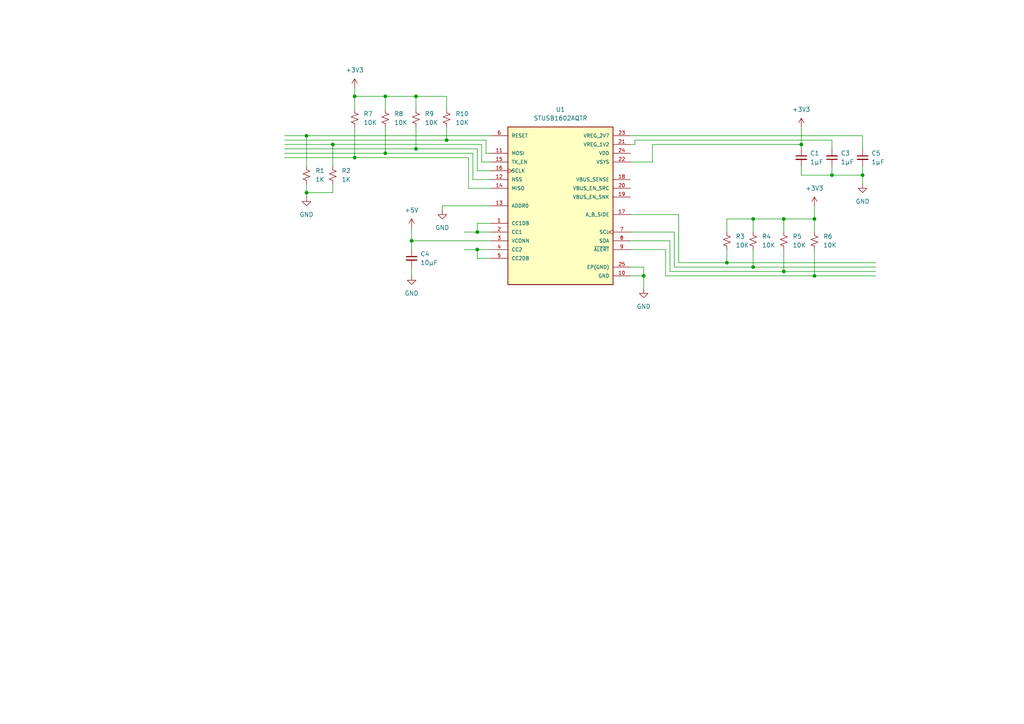
<source format=kicad_sch>
(kicad_sch
	(version 20231120)
	(generator "eeschema")
	(generator_version "8.0")
	(uuid "9c1e018e-4236-4221-bb76-4e952826dafd")
	(paper "A4")
	(lib_symbols
		(symbol "Device:C_Small"
			(pin_numbers hide)
			(pin_names
				(offset 0.254) hide)
			(exclude_from_sim no)
			(in_bom yes)
			(on_board yes)
			(property "Reference" "C"
				(at 0.254 1.778 0)
				(effects
					(font
						(size 1.27 1.27)
					)
					(justify left)
				)
			)
			(property "Value" "C_Small"
				(at 0.254 -2.032 0)
				(effects
					(font
						(size 1.27 1.27)
					)
					(justify left)
				)
			)
			(property "Footprint" ""
				(at 0 0 0)
				(effects
					(font
						(size 1.27 1.27)
					)
					(hide yes)
				)
			)
			(property "Datasheet" "~"
				(at 0 0 0)
				(effects
					(font
						(size 1.27 1.27)
					)
					(hide yes)
				)
			)
			(property "Description" "Unpolarized capacitor, small symbol"
				(at 0 0 0)
				(effects
					(font
						(size 1.27 1.27)
					)
					(hide yes)
				)
			)
			(property "ki_keywords" "capacitor cap"
				(at 0 0 0)
				(effects
					(font
						(size 1.27 1.27)
					)
					(hide yes)
				)
			)
			(property "ki_fp_filters" "C_*"
				(at 0 0 0)
				(effects
					(font
						(size 1.27 1.27)
					)
					(hide yes)
				)
			)
			(symbol "C_Small_0_1"
				(polyline
					(pts
						(xy -1.524 -0.508) (xy 1.524 -0.508)
					)
					(stroke
						(width 0.3302)
						(type default)
					)
					(fill
						(type none)
					)
				)
				(polyline
					(pts
						(xy -1.524 0.508) (xy 1.524 0.508)
					)
					(stroke
						(width 0.3048)
						(type default)
					)
					(fill
						(type none)
					)
				)
			)
			(symbol "C_Small_1_1"
				(pin passive line
					(at 0 2.54 270)
					(length 2.032)
					(name "~"
						(effects
							(font
								(size 1.27 1.27)
							)
						)
					)
					(number "1"
						(effects
							(font
								(size 1.27 1.27)
							)
						)
					)
				)
				(pin passive line
					(at 0 -2.54 90)
					(length 2.032)
					(name "~"
						(effects
							(font
								(size 1.27 1.27)
							)
						)
					)
					(number "2"
						(effects
							(font
								(size 1.27 1.27)
							)
						)
					)
				)
			)
		)
		(symbol "Device:R_Small_US"
			(pin_numbers hide)
			(pin_names
				(offset 0.254) hide)
			(exclude_from_sim no)
			(in_bom yes)
			(on_board yes)
			(property "Reference" "R"
				(at 0.762 0.508 0)
				(effects
					(font
						(size 1.27 1.27)
					)
					(justify left)
				)
			)
			(property "Value" "R_Small_US"
				(at 0.762 -1.016 0)
				(effects
					(font
						(size 1.27 1.27)
					)
					(justify left)
				)
			)
			(property "Footprint" ""
				(at 0 0 0)
				(effects
					(font
						(size 1.27 1.27)
					)
					(hide yes)
				)
			)
			(property "Datasheet" "~"
				(at 0 0 0)
				(effects
					(font
						(size 1.27 1.27)
					)
					(hide yes)
				)
			)
			(property "Description" "Resistor, small US symbol"
				(at 0 0 0)
				(effects
					(font
						(size 1.27 1.27)
					)
					(hide yes)
				)
			)
			(property "ki_keywords" "r resistor"
				(at 0 0 0)
				(effects
					(font
						(size 1.27 1.27)
					)
					(hide yes)
				)
			)
			(property "ki_fp_filters" "R_*"
				(at 0 0 0)
				(effects
					(font
						(size 1.27 1.27)
					)
					(hide yes)
				)
			)
			(symbol "R_Small_US_1_1"
				(polyline
					(pts
						(xy 0 0) (xy 1.016 -0.381) (xy 0 -0.762) (xy -1.016 -1.143) (xy 0 -1.524)
					)
					(stroke
						(width 0)
						(type default)
					)
					(fill
						(type none)
					)
				)
				(polyline
					(pts
						(xy 0 1.524) (xy 1.016 1.143) (xy 0 0.762) (xy -1.016 0.381) (xy 0 0)
					)
					(stroke
						(width 0)
						(type default)
					)
					(fill
						(type none)
					)
				)
				(pin passive line
					(at 0 2.54 270)
					(length 1.016)
					(name "~"
						(effects
							(font
								(size 1.27 1.27)
							)
						)
					)
					(number "1"
						(effects
							(font
								(size 1.27 1.27)
							)
						)
					)
				)
				(pin passive line
					(at 0 -2.54 90)
					(length 1.016)
					(name "~"
						(effects
							(font
								(size 1.27 1.27)
							)
						)
					)
					(number "2"
						(effects
							(font
								(size 1.27 1.27)
							)
						)
					)
				)
			)
		)
		(symbol "STUSB1602AQTR:STUSB1602AQTR"
			(pin_names
				(offset 1.016)
			)
			(exclude_from_sim no)
			(in_bom yes)
			(on_board yes)
			(property "Reference" "U"
				(at -15.2674 23.5373 0)
				(effects
					(font
						(size 1.27 1.27)
					)
					(justify left bottom)
				)
			)
			(property "Value" "STUSB1602AQTR"
				(at -15.2671 -25.4452 0)
				(effects
					(font
						(size 1.27 1.27)
					)
					(justify left bottom)
				)
			)
			(property "Footprint" "STUSB1602AQTR:QFN50P400X400X100-25N"
				(at 0 0 0)
				(effects
					(font
						(size 1.27 1.27)
					)
					(justify bottom)
					(hide yes)
				)
			)
			(property "Datasheet" ""
				(at 0 0 0)
				(effects
					(font
						(size 1.27 1.27)
					)
					(hide yes)
				)
			)
			(property "Description" ""
				(at 0 0 0)
				(effects
					(font
						(size 1.27 1.27)
					)
					(hide yes)
				)
			)
			(property "MF" "STMicroelectronics"
				(at 0 0 0)
				(effects
					(font
						(size 1.27 1.27)
					)
					(justify bottom)
					(hide yes)
				)
			)
			(property "Description_1" "\n                        \n                            USB, Type-C Controller PMIC 24-QFN-EP (4x4)\n                        \n"
				(at 0 0 0)
				(effects
					(font
						(size 1.27 1.27)
					)
					(justify bottom)
					(hide yes)
				)
			)
			(property "Package" "VQFN-24 STMicroelectronics"
				(at 0 0 0)
				(effects
					(font
						(size 1.27 1.27)
					)
					(justify bottom)
					(hide yes)
				)
			)
			(property "Price" "None"
				(at 0 0 0)
				(effects
					(font
						(size 1.27 1.27)
					)
					(justify bottom)
					(hide yes)
				)
			)
			(property "Check_prices" "https://www.snapeda.com/parts/STUSB1602AQTR/STMicroelectronics/view-part/?ref=eda"
				(at 0 0 0)
				(effects
					(font
						(size 1.27 1.27)
					)
					(justify bottom)
					(hide yes)
				)
			)
			(property "PART_REV" "3"
				(at 0 0 0)
				(effects
					(font
						(size 1.27 1.27)
					)
					(justify bottom)
					(hide yes)
				)
			)
			(property "STANDARD" "IPC-7351B"
				(at 0 0 0)
				(effects
					(font
						(size 1.27 1.27)
					)
					(justify bottom)
					(hide yes)
				)
			)
			(property "SnapEDA_Link" "https://www.snapeda.com/parts/STUSB1602AQTR/STMicroelectronics/view-part/?ref=snap"
				(at 0 0 0)
				(effects
					(font
						(size 1.27 1.27)
					)
					(justify bottom)
					(hide yes)
				)
			)
			(property "MP" "STUSB1602AQTR"
				(at 0 0 0)
				(effects
					(font
						(size 1.27 1.27)
					)
					(justify bottom)
					(hide yes)
				)
			)
			(property "Availability" "In Stock"
				(at 0 0 0)
				(effects
					(font
						(size 1.27 1.27)
					)
					(justify bottom)
					(hide yes)
				)
			)
			(property "MANUFACTURER" "ST Microelectronics"
				(at 0 0 0)
				(effects
					(font
						(size 1.27 1.27)
					)
					(justify bottom)
					(hide yes)
				)
			)
			(symbol "STUSB1602AQTR_0_0"
				(rectangle
					(start -15.24 -22.86)
					(end 15.24 22.86)
					(stroke
						(width 0.254)
						(type default)
					)
					(fill
						(type background)
					)
				)
				(pin bidirectional line
					(at -20.32 -5.08 0)
					(length 5.08)
					(name "CC1DB"
						(effects
							(font
								(size 1.016 1.016)
							)
						)
					)
					(number "1"
						(effects
							(font
								(size 1.016 1.016)
							)
						)
					)
				)
				(pin power_in line
					(at 20.32 -20.32 180)
					(length 5.08)
					(name "GND"
						(effects
							(font
								(size 1.016 1.016)
							)
						)
					)
					(number "10"
						(effects
							(font
								(size 1.016 1.016)
							)
						)
					)
				)
				(pin output line
					(at -20.32 15.24 0)
					(length 5.08)
					(name "MOSI"
						(effects
							(font
								(size 1.016 1.016)
							)
						)
					)
					(number "11"
						(effects
							(font
								(size 1.016 1.016)
							)
						)
					)
				)
				(pin output line
					(at -20.32 7.62 0)
					(length 5.08)
					(name "NSS"
						(effects
							(font
								(size 1.016 1.016)
							)
						)
					)
					(number "12"
						(effects
							(font
								(size 1.016 1.016)
							)
						)
					)
				)
				(pin input line
					(at -20.32 0 0)
					(length 5.08)
					(name "ADDR0"
						(effects
							(font
								(size 1.016 1.016)
							)
						)
					)
					(number "13"
						(effects
							(font
								(size 1.016 1.016)
							)
						)
					)
				)
				(pin input line
					(at -20.32 5.08 0)
					(length 5.08)
					(name "MISO"
						(effects
							(font
								(size 1.016 1.016)
							)
						)
					)
					(number "14"
						(effects
							(font
								(size 1.016 1.016)
							)
						)
					)
				)
				(pin input line
					(at -20.32 12.7 0)
					(length 5.08)
					(name "TX_EN"
						(effects
							(font
								(size 1.016 1.016)
							)
						)
					)
					(number "15"
						(effects
							(font
								(size 1.016 1.016)
							)
						)
					)
				)
				(pin output clock
					(at -20.32 10.16 0)
					(length 5.08)
					(name "SCLK"
						(effects
							(font
								(size 1.016 1.016)
							)
						)
					)
					(number "16"
						(effects
							(font
								(size 1.016 1.016)
							)
						)
					)
				)
				(pin output line
					(at 20.32 -2.54 180)
					(length 5.08)
					(name "A_B_SIDE"
						(effects
							(font
								(size 1.016 1.016)
							)
						)
					)
					(number "17"
						(effects
							(font
								(size 1.016 1.016)
							)
						)
					)
				)
				(pin input line
					(at 20.32 7.62 180)
					(length 5.08)
					(name "VBUS_SENSE"
						(effects
							(font
								(size 1.016 1.016)
							)
						)
					)
					(number "18"
						(effects
							(font
								(size 1.016 1.016)
							)
						)
					)
				)
				(pin bidirectional line
					(at 20.32 2.54 180)
					(length 5.08)
					(name "VBUS_EN_SNK"
						(effects
							(font
								(size 1.016 1.016)
							)
						)
					)
					(number "19"
						(effects
							(font
								(size 1.016 1.016)
							)
						)
					)
				)
				(pin bidirectional line
					(at -20.32 -7.62 0)
					(length 5.08)
					(name "CC1"
						(effects
							(font
								(size 1.016 1.016)
							)
						)
					)
					(number "2"
						(effects
							(font
								(size 1.016 1.016)
							)
						)
					)
				)
				(pin bidirectional line
					(at 20.32 5.08 180)
					(length 5.08)
					(name "VBUS_EN_SRC"
						(effects
							(font
								(size 1.016 1.016)
							)
						)
					)
					(number "20"
						(effects
							(font
								(size 1.016 1.016)
							)
						)
					)
				)
				(pin power_in line
					(at 20.32 17.78 180)
					(length 5.08)
					(name "VREG_1V2"
						(effects
							(font
								(size 1.016 1.016)
							)
						)
					)
					(number "21"
						(effects
							(font
								(size 1.016 1.016)
							)
						)
					)
				)
				(pin power_in line
					(at 20.32 12.7 180)
					(length 5.08)
					(name "VSYS"
						(effects
							(font
								(size 1.016 1.016)
							)
						)
					)
					(number "22"
						(effects
							(font
								(size 1.016 1.016)
							)
						)
					)
				)
				(pin power_in line
					(at 20.32 20.32 180)
					(length 5.08)
					(name "VREG_2V7"
						(effects
							(font
								(size 1.016 1.016)
							)
						)
					)
					(number "23"
						(effects
							(font
								(size 1.016 1.016)
							)
						)
					)
				)
				(pin power_in line
					(at 20.32 15.24 180)
					(length 5.08)
					(name "VDD"
						(effects
							(font
								(size 1.016 1.016)
							)
						)
					)
					(number "24"
						(effects
							(font
								(size 1.016 1.016)
							)
						)
					)
				)
				(pin power_in line
					(at 20.32 -17.78 180)
					(length 5.08)
					(name "EP(GND)"
						(effects
							(font
								(size 1.016 1.016)
							)
						)
					)
					(number "25"
						(effects
							(font
								(size 1.016 1.016)
							)
						)
					)
				)
				(pin power_in line
					(at -20.32 -10.16 0)
					(length 5.08)
					(name "VCONN"
						(effects
							(font
								(size 1.016 1.016)
							)
						)
					)
					(number "3"
						(effects
							(font
								(size 1.016 1.016)
							)
						)
					)
				)
				(pin bidirectional line
					(at -20.32 -12.7 0)
					(length 5.08)
					(name "CC2"
						(effects
							(font
								(size 1.016 1.016)
							)
						)
					)
					(number "4"
						(effects
							(font
								(size 1.016 1.016)
							)
						)
					)
				)
				(pin bidirectional line
					(at -20.32 -15.24 0)
					(length 5.08)
					(name "CC2DB"
						(effects
							(font
								(size 1.016 1.016)
							)
						)
					)
					(number "5"
						(effects
							(font
								(size 1.016 1.016)
							)
						)
					)
				)
				(pin input line
					(at -20.32 20.32 0)
					(length 5.08)
					(name "RESET"
						(effects
							(font
								(size 1.016 1.016)
							)
						)
					)
					(number "6"
						(effects
							(font
								(size 1.016 1.016)
							)
						)
					)
				)
				(pin input clock
					(at 20.32 -7.62 180)
					(length 5.08)
					(name "SCL"
						(effects
							(font
								(size 1.016 1.016)
							)
						)
					)
					(number "7"
						(effects
							(font
								(size 1.016 1.016)
							)
						)
					)
				)
				(pin bidirectional line
					(at 20.32 -10.16 180)
					(length 5.08)
					(name "SDA"
						(effects
							(font
								(size 1.016 1.016)
							)
						)
					)
					(number "8"
						(effects
							(font
								(size 1.016 1.016)
							)
						)
					)
				)
				(pin output line
					(at 20.32 -12.7 180)
					(length 5.08)
					(name "~{ALERT}"
						(effects
							(font
								(size 1.016 1.016)
							)
						)
					)
					(number "9"
						(effects
							(font
								(size 1.016 1.016)
							)
						)
					)
				)
			)
		)
		(symbol "power:+3V3"
			(power)
			(pin_numbers hide)
			(pin_names
				(offset 0) hide)
			(exclude_from_sim no)
			(in_bom yes)
			(on_board yes)
			(property "Reference" "#PWR"
				(at 0 -3.81 0)
				(effects
					(font
						(size 1.27 1.27)
					)
					(hide yes)
				)
			)
			(property "Value" "+3V3"
				(at 0 3.556 0)
				(effects
					(font
						(size 1.27 1.27)
					)
				)
			)
			(property "Footprint" ""
				(at 0 0 0)
				(effects
					(font
						(size 1.27 1.27)
					)
					(hide yes)
				)
			)
			(property "Datasheet" ""
				(at 0 0 0)
				(effects
					(font
						(size 1.27 1.27)
					)
					(hide yes)
				)
			)
			(property "Description" "Power symbol creates a global label with name \"+3V3\""
				(at 0 0 0)
				(effects
					(font
						(size 1.27 1.27)
					)
					(hide yes)
				)
			)
			(property "ki_keywords" "global power"
				(at 0 0 0)
				(effects
					(font
						(size 1.27 1.27)
					)
					(hide yes)
				)
			)
			(symbol "+3V3_0_1"
				(polyline
					(pts
						(xy -0.762 1.27) (xy 0 2.54)
					)
					(stroke
						(width 0)
						(type default)
					)
					(fill
						(type none)
					)
				)
				(polyline
					(pts
						(xy 0 0) (xy 0 2.54)
					)
					(stroke
						(width 0)
						(type default)
					)
					(fill
						(type none)
					)
				)
				(polyline
					(pts
						(xy 0 2.54) (xy 0.762 1.27)
					)
					(stroke
						(width 0)
						(type default)
					)
					(fill
						(type none)
					)
				)
			)
			(symbol "+3V3_1_1"
				(pin power_in line
					(at 0 0 90)
					(length 0)
					(name "~"
						(effects
							(font
								(size 1.27 1.27)
							)
						)
					)
					(number "1"
						(effects
							(font
								(size 1.27 1.27)
							)
						)
					)
				)
			)
		)
		(symbol "power:+5V"
			(power)
			(pin_numbers hide)
			(pin_names
				(offset 0) hide)
			(exclude_from_sim no)
			(in_bom yes)
			(on_board yes)
			(property "Reference" "#PWR"
				(at 0 -3.81 0)
				(effects
					(font
						(size 1.27 1.27)
					)
					(hide yes)
				)
			)
			(property "Value" "+5V"
				(at 0 3.556 0)
				(effects
					(font
						(size 1.27 1.27)
					)
				)
			)
			(property "Footprint" ""
				(at 0 0 0)
				(effects
					(font
						(size 1.27 1.27)
					)
					(hide yes)
				)
			)
			(property "Datasheet" ""
				(at 0 0 0)
				(effects
					(font
						(size 1.27 1.27)
					)
					(hide yes)
				)
			)
			(property "Description" "Power symbol creates a global label with name \"+5V\""
				(at 0 0 0)
				(effects
					(font
						(size 1.27 1.27)
					)
					(hide yes)
				)
			)
			(property "ki_keywords" "global power"
				(at 0 0 0)
				(effects
					(font
						(size 1.27 1.27)
					)
					(hide yes)
				)
			)
			(symbol "+5V_0_1"
				(polyline
					(pts
						(xy -0.762 1.27) (xy 0 2.54)
					)
					(stroke
						(width 0)
						(type default)
					)
					(fill
						(type none)
					)
				)
				(polyline
					(pts
						(xy 0 0) (xy 0 2.54)
					)
					(stroke
						(width 0)
						(type default)
					)
					(fill
						(type none)
					)
				)
				(polyline
					(pts
						(xy 0 2.54) (xy 0.762 1.27)
					)
					(stroke
						(width 0)
						(type default)
					)
					(fill
						(type none)
					)
				)
			)
			(symbol "+5V_1_1"
				(pin power_in line
					(at 0 0 90)
					(length 0)
					(name "~"
						(effects
							(font
								(size 1.27 1.27)
							)
						)
					)
					(number "1"
						(effects
							(font
								(size 1.27 1.27)
							)
						)
					)
				)
			)
		)
		(symbol "power:GND"
			(power)
			(pin_numbers hide)
			(pin_names
				(offset 0) hide)
			(exclude_from_sim no)
			(in_bom yes)
			(on_board yes)
			(property "Reference" "#PWR"
				(at 0 -6.35 0)
				(effects
					(font
						(size 1.27 1.27)
					)
					(hide yes)
				)
			)
			(property "Value" "GND"
				(at 0 -3.81 0)
				(effects
					(font
						(size 1.27 1.27)
					)
				)
			)
			(property "Footprint" ""
				(at 0 0 0)
				(effects
					(font
						(size 1.27 1.27)
					)
					(hide yes)
				)
			)
			(property "Datasheet" ""
				(at 0 0 0)
				(effects
					(font
						(size 1.27 1.27)
					)
					(hide yes)
				)
			)
			(property "Description" "Power symbol creates a global label with name \"GND\" , ground"
				(at 0 0 0)
				(effects
					(font
						(size 1.27 1.27)
					)
					(hide yes)
				)
			)
			(property "ki_keywords" "global power"
				(at 0 0 0)
				(effects
					(font
						(size 1.27 1.27)
					)
					(hide yes)
				)
			)
			(symbol "GND_0_1"
				(polyline
					(pts
						(xy 0 0) (xy 0 -1.27) (xy 1.27 -1.27) (xy 0 -2.54) (xy -1.27 -1.27) (xy 0 -1.27)
					)
					(stroke
						(width 0)
						(type default)
					)
					(fill
						(type none)
					)
				)
			)
			(symbol "GND_1_1"
				(pin power_in line
					(at 0 0 270)
					(length 0)
					(name "~"
						(effects
							(font
								(size 1.27 1.27)
							)
						)
					)
					(number "1"
						(effects
							(font
								(size 1.27 1.27)
							)
						)
					)
				)
			)
		)
	)
	(junction
		(at 210.82 76.2)
		(diameter 0)
		(color 0 0 0 0)
		(uuid "093e7564-9311-47bc-8412-08a25a5dd0bb")
	)
	(junction
		(at 227.33 78.74)
		(diameter 0)
		(color 0 0 0 0)
		(uuid "09b432c0-4f2b-46f5-950f-f67b19a3f1e6")
	)
	(junction
		(at 236.22 80.01)
		(diameter 0)
		(color 0 0 0 0)
		(uuid "0df25a9b-695e-4259-90d7-8277261dde52")
	)
	(junction
		(at 232.41 41.91)
		(diameter 0)
		(color 0 0 0 0)
		(uuid "1ccf826f-add5-48e3-b22e-8f3a17268b5f")
	)
	(junction
		(at 250.19 50.8)
		(diameter 0)
		(color 0 0 0 0)
		(uuid "20d13cce-d670-4f43-98f9-6ee9134cb47d")
	)
	(junction
		(at 186.69 80.01)
		(diameter 0)
		(color 0 0 0 0)
		(uuid "3170ce84-068f-4cda-810a-3ec1282a4c55")
	)
	(junction
		(at 218.44 77.47)
		(diameter 0)
		(color 0 0 0 0)
		(uuid "44436748-0198-48ec-9133-029b09dbcd0e")
	)
	(junction
		(at 88.9 39.37)
		(diameter 0)
		(color 0 0 0 0)
		(uuid "5a379fa3-24d4-476c-bec1-b7d5e8229d14")
	)
	(junction
		(at 120.65 43.18)
		(diameter 0)
		(color 0 0 0 0)
		(uuid "5cee7aa9-16df-4476-93a1-ed11e2c601b5")
	)
	(junction
		(at 111.76 44.45)
		(diameter 0)
		(color 0 0 0 0)
		(uuid "5d0ccb78-d503-4dec-8f0d-aa9f11941304")
	)
	(junction
		(at 102.87 27.94)
		(diameter 0)
		(color 0 0 0 0)
		(uuid "61cc4a54-2c8e-4235-839b-01ea48ff2f20")
	)
	(junction
		(at 129.54 40.64)
		(diameter 0)
		(color 0 0 0 0)
		(uuid "6239eb92-e928-4a70-ab5d-657fd503da85")
	)
	(junction
		(at 96.52 41.91)
		(diameter 0)
		(color 0 0 0 0)
		(uuid "65408879-f389-4c05-b38a-3f5e0dd5d08d")
	)
	(junction
		(at 227.33 63.5)
		(diameter 0)
		(color 0 0 0 0)
		(uuid "6fa8f847-0722-49bb-afb5-20751280e846")
	)
	(junction
		(at 236.22 63.5)
		(diameter 0)
		(color 0 0 0 0)
		(uuid "70f849ac-122f-4eab-afa9-9fce9ca7550c")
	)
	(junction
		(at 88.9 55.88)
		(diameter 0)
		(color 0 0 0 0)
		(uuid "761703cd-dd59-47ba-bda9-992e1e3d8adc")
	)
	(junction
		(at 138.43 72.39)
		(diameter 0)
		(color 0 0 0 0)
		(uuid "a72d9183-d3d1-45d1-826f-c151e8b16012")
	)
	(junction
		(at 138.43 67.31)
		(diameter 0)
		(color 0 0 0 0)
		(uuid "a8591ea7-6139-41aa-a1a2-5a93da58ea8f")
	)
	(junction
		(at 102.87 45.72)
		(diameter 0)
		(color 0 0 0 0)
		(uuid "a8905f12-6027-48de-aee5-0098ac0045d2")
	)
	(junction
		(at 119.38 69.85)
		(diameter 0)
		(color 0 0 0 0)
		(uuid "b7a7baf5-e852-456c-8b3d-d17ec74d1f96")
	)
	(junction
		(at 241.3 50.8)
		(diameter 0)
		(color 0 0 0 0)
		(uuid "bbe8ad90-edb8-428f-a85f-c9a272f3b19c")
	)
	(junction
		(at 218.44 63.5)
		(diameter 0)
		(color 0 0 0 0)
		(uuid "e05ad7e5-28e9-4e70-a3bd-1037d58b18fc")
	)
	(junction
		(at 111.76 27.94)
		(diameter 0)
		(color 0 0 0 0)
		(uuid "e7527834-346d-471c-92f6-1fb035a7bdaa")
	)
	(junction
		(at 120.65 27.94)
		(diameter 0)
		(color 0 0 0 0)
		(uuid "f29c11c2-d0af-4f2f-a9e4-dcc892fdca8e")
	)
	(wire
		(pts
			(xy 241.3 40.64) (xy 241.3 43.18)
		)
		(stroke
			(width 0)
			(type default)
		)
		(uuid "02764c2d-1245-4b82-aed2-ca3b70418a68")
	)
	(wire
		(pts
			(xy 184.15 40.64) (xy 241.3 40.64)
		)
		(stroke
			(width 0)
			(type default)
		)
		(uuid "0b9dfaac-1566-4fb7-b446-18ab99445142")
	)
	(wire
		(pts
			(xy 138.43 72.39) (xy 142.24 72.39)
		)
		(stroke
			(width 0)
			(type default)
		)
		(uuid "0d3dd045-641e-4c9b-a3a4-e5b9ee9f8b4b")
	)
	(wire
		(pts
			(xy 250.19 50.8) (xy 250.19 53.34)
		)
		(stroke
			(width 0)
			(type default)
		)
		(uuid "0e9fc408-79b6-4a59-8eca-771b5f7342f2")
	)
	(wire
		(pts
			(xy 120.65 36.83) (xy 120.65 43.18)
		)
		(stroke
			(width 0)
			(type default)
		)
		(uuid "1019c8e4-1a5a-4d7b-9fb4-bb438438ddc2")
	)
	(wire
		(pts
			(xy 182.88 62.23) (xy 196.85 62.23)
		)
		(stroke
			(width 0)
			(type default)
		)
		(uuid "108960f0-d84a-498e-ae50-46c843c31ae8")
	)
	(wire
		(pts
			(xy 119.38 69.85) (xy 119.38 72.39)
		)
		(stroke
			(width 0)
			(type default)
		)
		(uuid "13680889-ae78-40cf-a25c-385bae38cf24")
	)
	(wire
		(pts
			(xy 82.55 39.37) (xy 88.9 39.37)
		)
		(stroke
			(width 0)
			(type default)
		)
		(uuid "13c8bcb2-21ea-4284-b707-c9801747a76e")
	)
	(wire
		(pts
			(xy 236.22 80.01) (xy 254 80.01)
		)
		(stroke
			(width 0)
			(type default)
		)
		(uuid "15027494-cbce-408e-bb76-cb9fb04c8928")
	)
	(wire
		(pts
			(xy 142.24 44.45) (xy 140.97 44.45)
		)
		(stroke
			(width 0)
			(type default)
		)
		(uuid "156c6cc2-27f3-4b06-a363-a0fb7a72324a")
	)
	(wire
		(pts
			(xy 210.82 63.5) (xy 218.44 63.5)
		)
		(stroke
			(width 0)
			(type default)
		)
		(uuid "198484d6-6591-4d3a-a30b-755b37001b32")
	)
	(wire
		(pts
			(xy 182.88 72.39) (xy 193.04 72.39)
		)
		(stroke
			(width 0)
			(type default)
		)
		(uuid "1eb6b601-ff94-4600-827a-6dbf69efd6c0")
	)
	(wire
		(pts
			(xy 210.82 67.31) (xy 210.82 63.5)
		)
		(stroke
			(width 0)
			(type default)
		)
		(uuid "2111f581-8ae0-4c9b-9713-3bc5974dd3e4")
	)
	(wire
		(pts
			(xy 111.76 44.45) (xy 137.16 44.45)
		)
		(stroke
			(width 0)
			(type default)
		)
		(uuid "2240a95b-7809-4848-b30b-3d5806340074")
	)
	(wire
		(pts
			(xy 250.19 39.37) (xy 250.19 43.18)
		)
		(stroke
			(width 0)
			(type default)
		)
		(uuid "23aac287-067a-4a1a-a709-8649dfbc914c")
	)
	(wire
		(pts
			(xy 218.44 72.39) (xy 218.44 77.47)
		)
		(stroke
			(width 0)
			(type default)
		)
		(uuid "27d0df28-e702-48dd-977f-6d5b904541fd")
	)
	(wire
		(pts
			(xy 82.55 43.18) (xy 120.65 43.18)
		)
		(stroke
			(width 0)
			(type default)
		)
		(uuid "2b39cb70-193f-4642-afe9-e203e147c099")
	)
	(wire
		(pts
			(xy 210.82 76.2) (xy 254 76.2)
		)
		(stroke
			(width 0)
			(type default)
		)
		(uuid "2b475832-0221-40c7-9119-a2647300bd19")
	)
	(wire
		(pts
			(xy 102.87 45.72) (xy 135.89 45.72)
		)
		(stroke
			(width 0)
			(type default)
		)
		(uuid "2c19add9-7e5b-4c94-a8f0-44fe3039cd5e")
	)
	(wire
		(pts
			(xy 96.52 53.34) (xy 96.52 55.88)
		)
		(stroke
			(width 0)
			(type default)
		)
		(uuid "30356d1a-4d61-4b74-b77a-e5a83424f92d")
	)
	(wire
		(pts
			(xy 119.38 77.47) (xy 119.38 80.01)
		)
		(stroke
			(width 0)
			(type default)
		)
		(uuid "31966562-9911-4ed8-9d57-068db0619e17")
	)
	(wire
		(pts
			(xy 139.7 46.99) (xy 139.7 41.91)
		)
		(stroke
			(width 0)
			(type default)
		)
		(uuid "33339a59-ff87-42ad-9dcf-67bd04f888d5")
	)
	(wire
		(pts
			(xy 134.62 72.39) (xy 138.43 72.39)
		)
		(stroke
			(width 0)
			(type default)
		)
		(uuid "3652e315-ab03-4fc1-8b29-aa118b161787")
	)
	(wire
		(pts
			(xy 232.41 41.91) (xy 232.41 43.18)
		)
		(stroke
			(width 0)
			(type default)
		)
		(uuid "36fea236-f5f8-4df1-a8fb-0a44629bd3d3")
	)
	(wire
		(pts
			(xy 182.88 69.85) (xy 194.31 69.85)
		)
		(stroke
			(width 0)
			(type default)
		)
		(uuid "39ffcce0-dcd5-4fa0-82f5-591f87f200e5")
	)
	(wire
		(pts
			(xy 189.23 46.99) (xy 189.23 41.91)
		)
		(stroke
			(width 0)
			(type default)
		)
		(uuid "3c03a07d-2ecc-4822-ae4c-00ab5c031940")
	)
	(wire
		(pts
			(xy 236.22 59.69) (xy 236.22 63.5)
		)
		(stroke
			(width 0)
			(type default)
		)
		(uuid "3ea36e62-557d-454b-b9d5-618878a5abf2")
	)
	(wire
		(pts
			(xy 82.55 45.72) (xy 102.87 45.72)
		)
		(stroke
			(width 0)
			(type default)
		)
		(uuid "40aaf639-f044-4f2d-a580-59df29ab79b4")
	)
	(wire
		(pts
			(xy 210.82 72.39) (xy 210.82 76.2)
		)
		(stroke
			(width 0)
			(type default)
		)
		(uuid "43117282-c593-4d10-9e34-fda3e1daa7b9")
	)
	(wire
		(pts
			(xy 140.97 44.45) (xy 140.97 40.64)
		)
		(stroke
			(width 0)
			(type default)
		)
		(uuid "4889a1df-5e5e-4df0-a4b0-3676b5b53a72")
	)
	(wire
		(pts
			(xy 129.54 27.94) (xy 120.65 27.94)
		)
		(stroke
			(width 0)
			(type default)
		)
		(uuid "4ad030a8-6ec5-4304-8dfc-ab02004a6017")
	)
	(wire
		(pts
			(xy 189.23 41.91) (xy 232.41 41.91)
		)
		(stroke
			(width 0)
			(type default)
		)
		(uuid "4b225228-c5a5-4470-a900-c092115c0486")
	)
	(wire
		(pts
			(xy 232.41 50.8) (xy 241.3 50.8)
		)
		(stroke
			(width 0)
			(type default)
		)
		(uuid "4bb0b77c-7a73-4fea-8442-06214046bb1b")
	)
	(wire
		(pts
			(xy 111.76 27.94) (xy 102.87 27.94)
		)
		(stroke
			(width 0)
			(type default)
		)
		(uuid "4bd5f0b3-699e-465d-953f-3036201a3529")
	)
	(wire
		(pts
			(xy 142.24 59.69) (xy 128.27 59.69)
		)
		(stroke
			(width 0)
			(type default)
		)
		(uuid "4c7d543c-840e-47f9-ace3-bd64436a07a1")
	)
	(wire
		(pts
			(xy 129.54 36.83) (xy 129.54 40.64)
		)
		(stroke
			(width 0)
			(type default)
		)
		(uuid "5115357c-5605-48ec-9024-5a9174c8ddf0")
	)
	(wire
		(pts
			(xy 96.52 55.88) (xy 88.9 55.88)
		)
		(stroke
			(width 0)
			(type default)
		)
		(uuid "5119a609-22d9-4cbb-85b4-90ad1a59a339")
	)
	(wire
		(pts
			(xy 111.76 27.94) (xy 111.76 31.75)
		)
		(stroke
			(width 0)
			(type default)
		)
		(uuid "53b0cf09-8f86-46eb-a6f0-0d2655ca1e95")
	)
	(wire
		(pts
			(xy 96.52 41.91) (xy 96.52 48.26)
		)
		(stroke
			(width 0)
			(type default)
		)
		(uuid "54116a69-c5c1-49c7-969e-2f533f4b6591")
	)
	(wire
		(pts
			(xy 232.41 36.83) (xy 232.41 41.91)
		)
		(stroke
			(width 0)
			(type default)
		)
		(uuid "5600a9e2-c7b2-429e-a874-64687477e774")
	)
	(wire
		(pts
			(xy 128.27 59.69) (xy 128.27 60.96)
		)
		(stroke
			(width 0)
			(type default)
		)
		(uuid "5710afb5-c69c-4322-98b7-ee64ff6e44a4")
	)
	(wire
		(pts
			(xy 196.85 62.23) (xy 196.85 76.2)
		)
		(stroke
			(width 0)
			(type default)
		)
		(uuid "571c2f64-7ca3-459b-af31-b8170ba64c93")
	)
	(wire
		(pts
			(xy 182.88 46.99) (xy 189.23 46.99)
		)
		(stroke
			(width 0)
			(type default)
		)
		(uuid "581cd80c-f665-447a-8f2c-fbf96a36554f")
	)
	(wire
		(pts
			(xy 82.55 40.64) (xy 129.54 40.64)
		)
		(stroke
			(width 0)
			(type default)
		)
		(uuid "5bcd3c42-f85e-4faf-8984-63e2b712e787")
	)
	(wire
		(pts
			(xy 119.38 66.04) (xy 119.38 69.85)
		)
		(stroke
			(width 0)
			(type default)
		)
		(uuid "624be521-54b3-453d-a1d8-c1b390b49940")
	)
	(wire
		(pts
			(xy 120.65 27.94) (xy 111.76 27.94)
		)
		(stroke
			(width 0)
			(type default)
		)
		(uuid "659eb511-decd-4305-90d4-9f05ce58d2f2")
	)
	(wire
		(pts
			(xy 195.58 67.31) (xy 195.58 77.47)
		)
		(stroke
			(width 0)
			(type default)
		)
		(uuid "676ff1c8-8649-4672-b691-d017d5f74465")
	)
	(wire
		(pts
			(xy 102.87 36.83) (xy 102.87 45.72)
		)
		(stroke
			(width 0)
			(type default)
		)
		(uuid "6845b0bb-d2a6-4419-9010-10bc521cd124")
	)
	(wire
		(pts
			(xy 129.54 27.94) (xy 129.54 31.75)
		)
		(stroke
			(width 0)
			(type default)
		)
		(uuid "6b6c4b23-b5a8-4c1c-bf80-e9fbb6081a43")
	)
	(wire
		(pts
			(xy 102.87 25.4) (xy 102.87 27.94)
		)
		(stroke
			(width 0)
			(type default)
		)
		(uuid "6d262465-2e6e-4b83-8b1a-bbd6bc19a603")
	)
	(wire
		(pts
			(xy 138.43 49.53) (xy 138.43 43.18)
		)
		(stroke
			(width 0)
			(type default)
		)
		(uuid "715310c3-384d-41c2-a0aa-2a8c4f35d859")
	)
	(wire
		(pts
			(xy 142.24 52.07) (xy 137.16 52.07)
		)
		(stroke
			(width 0)
			(type default)
		)
		(uuid "74169e06-c8cc-4db4-93f4-6e3a2ee19066")
	)
	(wire
		(pts
			(xy 102.87 27.94) (xy 102.87 31.75)
		)
		(stroke
			(width 0)
			(type default)
		)
		(uuid "74dc7b6b-55c5-4c6c-8d4f-517a6c848350")
	)
	(wire
		(pts
			(xy 218.44 63.5) (xy 227.33 63.5)
		)
		(stroke
			(width 0)
			(type default)
		)
		(uuid "759debdd-448f-44dc-a3dc-3f793f652b07")
	)
	(wire
		(pts
			(xy 250.19 48.26) (xy 250.19 50.8)
		)
		(stroke
			(width 0)
			(type default)
		)
		(uuid "780e30f6-ce7e-418f-9229-479b3055cd7f")
	)
	(wire
		(pts
			(xy 119.38 69.85) (xy 142.24 69.85)
		)
		(stroke
			(width 0)
			(type default)
		)
		(uuid "7bd78f87-759e-43d1-ae39-50929565be6a")
	)
	(wire
		(pts
			(xy 142.24 64.77) (xy 138.43 64.77)
		)
		(stroke
			(width 0)
			(type default)
		)
		(uuid "8064b35c-ea9c-4be3-b5ac-65296dc91519")
	)
	(wire
		(pts
			(xy 194.31 78.74) (xy 227.33 78.74)
		)
		(stroke
			(width 0)
			(type default)
		)
		(uuid "816559c1-c903-4918-a6b1-f9a526829e49")
	)
	(wire
		(pts
			(xy 194.31 69.85) (xy 194.31 78.74)
		)
		(stroke
			(width 0)
			(type default)
		)
		(uuid "8183ed80-1ec8-4699-a9ab-5a7c851df540")
	)
	(wire
		(pts
			(xy 186.69 77.47) (xy 186.69 80.01)
		)
		(stroke
			(width 0)
			(type default)
		)
		(uuid "8a96e483-e6ae-4b11-a208-bbd0ed057dcc")
	)
	(wire
		(pts
			(xy 236.22 72.39) (xy 236.22 80.01)
		)
		(stroke
			(width 0)
			(type default)
		)
		(uuid "8f6aecbe-9c0e-418e-91e6-00a2909332d6")
	)
	(wire
		(pts
			(xy 186.69 80.01) (xy 186.69 83.82)
		)
		(stroke
			(width 0)
			(type default)
		)
		(uuid "9311c3ee-cd84-4b61-a4d9-1214afc13adb")
	)
	(wire
		(pts
			(xy 241.3 48.26) (xy 241.3 50.8)
		)
		(stroke
			(width 0)
			(type default)
		)
		(uuid "951552d7-2696-499a-aa2f-0280bc606cd8")
	)
	(wire
		(pts
			(xy 135.89 54.61) (xy 135.89 45.72)
		)
		(stroke
			(width 0)
			(type default)
		)
		(uuid "95ae7607-0eae-44fa-b747-7764a0708f0a")
	)
	(wire
		(pts
			(xy 193.04 72.39) (xy 193.04 80.01)
		)
		(stroke
			(width 0)
			(type default)
		)
		(uuid "99228ec1-55ad-4c2c-b2fb-440ed5cefe58")
	)
	(wire
		(pts
			(xy 88.9 55.88) (xy 88.9 57.15)
		)
		(stroke
			(width 0)
			(type default)
		)
		(uuid "9b6acc0b-7d39-4e8b-b7ef-0d7e686d61fc")
	)
	(wire
		(pts
			(xy 196.85 76.2) (xy 210.82 76.2)
		)
		(stroke
			(width 0)
			(type default)
		)
		(uuid "9ef107f1-05cb-4edc-9ac6-baf708a718b9")
	)
	(wire
		(pts
			(xy 227.33 72.39) (xy 227.33 78.74)
		)
		(stroke
			(width 0)
			(type default)
		)
		(uuid "9ffee86a-13ea-4f08-8910-eda77d66ffee")
	)
	(wire
		(pts
			(xy 129.54 40.64) (xy 140.97 40.64)
		)
		(stroke
			(width 0)
			(type default)
		)
		(uuid "a0a2e273-c818-487a-a9a2-77a763999d94")
	)
	(wire
		(pts
			(xy 182.88 77.47) (xy 186.69 77.47)
		)
		(stroke
			(width 0)
			(type default)
		)
		(uuid "a4353ab1-c9bd-4f50-8197-919a16d4aaeb")
	)
	(wire
		(pts
			(xy 111.76 36.83) (xy 111.76 44.45)
		)
		(stroke
			(width 0)
			(type default)
		)
		(uuid "a8e55f11-0168-4d0c-aba0-cc07417cc95c")
	)
	(wire
		(pts
			(xy 218.44 77.47) (xy 254 77.47)
		)
		(stroke
			(width 0)
			(type default)
		)
		(uuid "a9f41585-0759-482c-9a38-6b37c68d21f0")
	)
	(wire
		(pts
			(xy 182.88 39.37) (xy 250.19 39.37)
		)
		(stroke
			(width 0)
			(type default)
		)
		(uuid "ac7fcd60-79c3-4dee-8c8d-82cc4a0e015c")
	)
	(wire
		(pts
			(xy 142.24 54.61) (xy 135.89 54.61)
		)
		(stroke
			(width 0)
			(type default)
		)
		(uuid "ac80522e-a83b-4b4e-9ba0-a7579eba98b1")
	)
	(wire
		(pts
			(xy 227.33 63.5) (xy 227.33 67.31)
		)
		(stroke
			(width 0)
			(type default)
		)
		(uuid "ad87b8f4-381a-4e1c-8da8-6714fd74ca20")
	)
	(wire
		(pts
			(xy 138.43 67.31) (xy 142.24 67.31)
		)
		(stroke
			(width 0)
			(type default)
		)
		(uuid "b1ec7dbf-b998-446d-80bf-1d388d873d07")
	)
	(wire
		(pts
			(xy 241.3 50.8) (xy 250.19 50.8)
		)
		(stroke
			(width 0)
			(type default)
		)
		(uuid "b4dfd3e4-2bd3-46c9-926e-d4abc1eb8943")
	)
	(wire
		(pts
			(xy 236.22 63.5) (xy 236.22 67.31)
		)
		(stroke
			(width 0)
			(type default)
		)
		(uuid "b5a85cec-0d36-4f81-b6b5-feba3b79849f")
	)
	(wire
		(pts
			(xy 137.16 52.07) (xy 137.16 44.45)
		)
		(stroke
			(width 0)
			(type default)
		)
		(uuid "b749d204-b1a6-440c-8c87-bcf9a1cd7418")
	)
	(wire
		(pts
			(xy 138.43 64.77) (xy 138.43 67.31)
		)
		(stroke
			(width 0)
			(type default)
		)
		(uuid "baa4a6ed-5934-4a3f-84e5-94aac713287d")
	)
	(wire
		(pts
			(xy 142.24 74.93) (xy 138.43 74.93)
		)
		(stroke
			(width 0)
			(type default)
		)
		(uuid "c740953d-f0f9-494e-b7e1-d05d6be34864")
	)
	(wire
		(pts
			(xy 182.88 67.31) (xy 195.58 67.31)
		)
		(stroke
			(width 0)
			(type default)
		)
		(uuid "c7a650e5-b387-497c-adcc-0eb7181854a7")
	)
	(wire
		(pts
			(xy 96.52 41.91) (xy 139.7 41.91)
		)
		(stroke
			(width 0)
			(type default)
		)
		(uuid "c912e8b8-9687-4b89-b9e9-ea823e953958")
	)
	(wire
		(pts
			(xy 195.58 77.47) (xy 218.44 77.47)
		)
		(stroke
			(width 0)
			(type default)
		)
		(uuid "ca4ca0b6-2428-4b00-86a4-16ee74342f43")
	)
	(wire
		(pts
			(xy 88.9 53.34) (xy 88.9 55.88)
		)
		(stroke
			(width 0)
			(type default)
		)
		(uuid "cf68509f-6186-46ed-9b9c-284c3820b79c")
	)
	(wire
		(pts
			(xy 182.88 41.91) (xy 184.15 41.91)
		)
		(stroke
			(width 0)
			(type default)
		)
		(uuid "d1668ad0-63f0-49ae-ab84-0ecf4a69e382")
	)
	(wire
		(pts
			(xy 88.9 39.37) (xy 88.9 48.26)
		)
		(stroke
			(width 0)
			(type default)
		)
		(uuid "d7e9213e-4bfa-48d9-bf79-7c7158f25f4a")
	)
	(wire
		(pts
			(xy 82.55 44.45) (xy 111.76 44.45)
		)
		(stroke
			(width 0)
			(type default)
		)
		(uuid "d8699713-da3d-492c-90bf-e1f840d02a34")
	)
	(wire
		(pts
			(xy 193.04 80.01) (xy 236.22 80.01)
		)
		(stroke
			(width 0)
			(type default)
		)
		(uuid "da4b416b-8576-4570-a3f1-dff1aa2f3fcb")
	)
	(wire
		(pts
			(xy 232.41 48.26) (xy 232.41 50.8)
		)
		(stroke
			(width 0)
			(type default)
		)
		(uuid "df3bab4b-0e5f-45cf-a5df-e9256cb3648d")
	)
	(wire
		(pts
			(xy 184.15 41.91) (xy 184.15 40.64)
		)
		(stroke
			(width 0)
			(type default)
		)
		(uuid "e4599f36-507f-4d0e-8679-6053b1fd737f")
	)
	(wire
		(pts
			(xy 182.88 80.01) (xy 186.69 80.01)
		)
		(stroke
			(width 0)
			(type default)
		)
		(uuid "e814be38-fb3a-4a7a-acb4-484cb12d08e8")
	)
	(wire
		(pts
			(xy 142.24 49.53) (xy 138.43 49.53)
		)
		(stroke
			(width 0)
			(type default)
		)
		(uuid "e8b7552f-f83a-47a3-826f-d4562faf272f")
	)
	(wire
		(pts
			(xy 227.33 78.74) (xy 254 78.74)
		)
		(stroke
			(width 0)
			(type default)
		)
		(uuid "e9cfe9fc-4773-4fa7-9f66-c75fa84f43f8")
	)
	(wire
		(pts
			(xy 218.44 63.5) (xy 218.44 67.31)
		)
		(stroke
			(width 0)
			(type default)
		)
		(uuid "ea2621d1-4d78-4031-ac49-1b1390e6b140")
	)
	(wire
		(pts
			(xy 138.43 74.93) (xy 138.43 72.39)
		)
		(stroke
			(width 0)
			(type default)
		)
		(uuid "f1817241-38da-4d31-b720-da80d484eaab")
	)
	(wire
		(pts
			(xy 120.65 43.18) (xy 138.43 43.18)
		)
		(stroke
			(width 0)
			(type default)
		)
		(uuid "f335830f-58e7-47ea-b8cd-e1e921ec03eb")
	)
	(wire
		(pts
			(xy 120.65 27.94) (xy 120.65 31.75)
		)
		(stroke
			(width 0)
			(type default)
		)
		(uuid "f3bf5bdc-1252-404d-ba16-d9134be3c90a")
	)
	(wire
		(pts
			(xy 142.24 46.99) (xy 139.7 46.99)
		)
		(stroke
			(width 0)
			(type default)
		)
		(uuid "f4081d6c-8941-4e24-a120-d8e17f957971")
	)
	(wire
		(pts
			(xy 134.62 67.31) (xy 138.43 67.31)
		)
		(stroke
			(width 0)
			(type default)
		)
		(uuid "f9a44760-e30f-45b7-af3b-bc625aac8a03")
	)
	(wire
		(pts
			(xy 82.55 41.91) (xy 96.52 41.91)
		)
		(stroke
			(width 0)
			(type default)
		)
		(uuid "fae6fd6b-21e8-4a85-9c2c-c313fe18caad")
	)
	(wire
		(pts
			(xy 227.33 63.5) (xy 236.22 63.5)
		)
		(stroke
			(width 0)
			(type default)
		)
		(uuid "fc394668-44f6-4867-82c9-78b516065656")
	)
	(wire
		(pts
			(xy 88.9 39.37) (xy 142.24 39.37)
		)
		(stroke
			(width 0)
			(type default)
		)
		(uuid "fe80f052-8693-4412-a52e-75cae5fd3082")
	)
	(symbol
		(lib_id "power:+3V3")
		(at 236.22 59.69 0)
		(unit 1)
		(exclude_from_sim no)
		(in_bom yes)
		(on_board yes)
		(dnp no)
		(fields_autoplaced yes)
		(uuid "19b89549-f05c-4f8d-ae62-a92d6471bd06")
		(property "Reference" "#PWR06"
			(at 236.22 63.5 0)
			(effects
				(font
					(size 1.27 1.27)
				)
				(hide yes)
			)
		)
		(property "Value" "+3V3"
			(at 236.22 54.61 0)
			(effects
				(font
					(size 1.27 1.27)
				)
			)
		)
		(property "Footprint" ""
			(at 236.22 59.69 0)
			(effects
				(font
					(size 1.27 1.27)
				)
				(hide yes)
			)
		)
		(property "Datasheet" ""
			(at 236.22 59.69 0)
			(effects
				(font
					(size 1.27 1.27)
				)
				(hide yes)
			)
		)
		(property "Description" "Power symbol creates a global label with name \"+3V3\""
			(at 236.22 59.69 0)
			(effects
				(font
					(size 1.27 1.27)
				)
				(hide yes)
			)
		)
		(pin "1"
			(uuid "a9d21e0a-31a4-4ccd-9b43-80adc64e51e0")
		)
		(instances
			(project "stusb1602-breakout"
				(path "/9c1e018e-4236-4221-bb76-4e952826dafd"
					(reference "#PWR06")
					(unit 1)
				)
			)
		)
	)
	(symbol
		(lib_id "Device:C_Small")
		(at 241.3 45.72 180)
		(unit 1)
		(exclude_from_sim no)
		(in_bom yes)
		(on_board yes)
		(dnp no)
		(fields_autoplaced yes)
		(uuid "20f6d31e-d18e-4a9f-ba5c-10e1d5a8ea99")
		(property "Reference" "C3"
			(at 243.84 44.4435 0)
			(effects
				(font
					(size 1.27 1.27)
				)
				(justify right)
			)
		)
		(property "Value" "1μF"
			(at 243.84 46.9835 0)
			(effects
				(font
					(size 1.27 1.27)
				)
				(justify right)
			)
		)
		(property "Footprint" "Capacitor_SMD:C_0603_1608Metric"
			(at 241.3 45.72 0)
			(effects
				(font
					(size 1.27 1.27)
				)
				(hide yes)
			)
		)
		(property "Datasheet" "~"
			(at 241.3 45.72 0)
			(effects
				(font
					(size 1.27 1.27)
				)
				(hide yes)
			)
		)
		(property "Description" "Unpolarized capacitor, small symbol"
			(at 241.3 45.72 0)
			(effects
				(font
					(size 1.27 1.27)
				)
				(hide yes)
			)
		)
		(pin "1"
			(uuid "43fdf08b-c1ff-4b00-b730-bd100fd274b4")
		)
		(pin "2"
			(uuid "88b4968d-6f27-47b8-849a-8fab2345ab72")
		)
		(instances
			(project "stusb1602-breakout"
				(path "/9c1e018e-4236-4221-bb76-4e952826dafd"
					(reference "C3")
					(unit 1)
				)
			)
		)
	)
	(symbol
		(lib_id "power:GND")
		(at 186.69 83.82 0)
		(unit 1)
		(exclude_from_sim no)
		(in_bom yes)
		(on_board yes)
		(dnp no)
		(fields_autoplaced yes)
		(uuid "25638f2c-3c72-4df0-b3fd-ab81bf197b45")
		(property "Reference" "#PWR04"
			(at 186.69 90.17 0)
			(effects
				(font
					(size 1.27 1.27)
				)
				(hide yes)
			)
		)
		(property "Value" "GND"
			(at 186.69 88.9 0)
			(effects
				(font
					(size 1.27 1.27)
				)
			)
		)
		(property "Footprint" ""
			(at 186.69 83.82 0)
			(effects
				(font
					(size 1.27 1.27)
				)
				(hide yes)
			)
		)
		(property "Datasheet" ""
			(at 186.69 83.82 0)
			(effects
				(font
					(size 1.27 1.27)
				)
				(hide yes)
			)
		)
		(property "Description" "Power symbol creates a global label with name \"GND\" , ground"
			(at 186.69 83.82 0)
			(effects
				(font
					(size 1.27 1.27)
				)
				(hide yes)
			)
		)
		(pin "1"
			(uuid "c6c3e37a-89a2-4c30-906b-b2c3cd0593ac")
		)
		(instances
			(project "stusb1602-breakout"
				(path "/9c1e018e-4236-4221-bb76-4e952826dafd"
					(reference "#PWR04")
					(unit 1)
				)
			)
		)
	)
	(symbol
		(lib_id "Device:R_Small_US")
		(at 236.22 69.85 0)
		(unit 1)
		(exclude_from_sim no)
		(in_bom yes)
		(on_board yes)
		(dnp no)
		(fields_autoplaced yes)
		(uuid "27cbc6e0-7599-4dd5-ab4a-1984f17d8328")
		(property "Reference" "R6"
			(at 238.76 68.5799 0)
			(effects
				(font
					(size 1.27 1.27)
				)
				(justify left)
			)
		)
		(property "Value" "10K"
			(at 238.76 71.1199 0)
			(effects
				(font
					(size 1.27 1.27)
				)
				(justify left)
			)
		)
		(property "Footprint" "Resistor_SMD:R_0603_1608Metric"
			(at 236.22 69.85 0)
			(effects
				(font
					(size 1.27 1.27)
				)
				(hide yes)
			)
		)
		(property "Datasheet" "~"
			(at 236.22 69.85 0)
			(effects
				(font
					(size 1.27 1.27)
				)
				(hide yes)
			)
		)
		(property "Description" "Resistor, small US symbol"
			(at 236.22 69.85 0)
			(effects
				(font
					(size 1.27 1.27)
				)
				(hide yes)
			)
		)
		(pin "2"
			(uuid "ace77895-745a-4d31-b3c6-bdade3c49252")
		)
		(pin "1"
			(uuid "a4a3ac1b-1381-494c-be68-1b767b7d6fc5")
		)
		(instances
			(project "stusb1602-breakout"
				(path "/9c1e018e-4236-4221-bb76-4e952826dafd"
					(reference "R6")
					(unit 1)
				)
			)
		)
	)
	(symbol
		(lib_id "Device:C_Small")
		(at 119.38 74.93 0)
		(unit 1)
		(exclude_from_sim no)
		(in_bom yes)
		(on_board yes)
		(dnp no)
		(fields_autoplaced yes)
		(uuid "2b78f86e-6e62-48e1-b116-f26bb08d0542")
		(property "Reference" "C4"
			(at 121.92 73.6662 0)
			(effects
				(font
					(size 1.27 1.27)
				)
				(justify left)
			)
		)
		(property "Value" "10μF"
			(at 121.92 76.2062 0)
			(effects
				(font
					(size 1.27 1.27)
				)
				(justify left)
			)
		)
		(property "Footprint" "Capacitor_SMD:C_0603_1608Metric"
			(at 119.38 74.93 0)
			(effects
				(font
					(size 1.27 1.27)
				)
				(hide yes)
			)
		)
		(property "Datasheet" "~"
			(at 119.38 74.93 0)
			(effects
				(font
					(size 1.27 1.27)
				)
				(hide yes)
			)
		)
		(property "Description" "Unpolarized capacitor, small symbol"
			(at 119.38 74.93 0)
			(effects
				(font
					(size 1.27 1.27)
				)
				(hide yes)
			)
		)
		(pin "1"
			(uuid "c444e332-6997-4b7c-a4cf-e893873dc65d")
		)
		(pin "2"
			(uuid "8ecf7505-3694-4b59-b91b-57e74cb1a279")
		)
		(instances
			(project "stusb1602-breakout"
				(path "/9c1e018e-4236-4221-bb76-4e952826dafd"
					(reference "C4")
					(unit 1)
				)
			)
		)
	)
	(symbol
		(lib_id "power:+3V3")
		(at 102.87 25.4 0)
		(unit 1)
		(exclude_from_sim no)
		(in_bom yes)
		(on_board yes)
		(dnp no)
		(fields_autoplaced yes)
		(uuid "3b4a9ef5-78ba-45a5-ac9d-0ba564720ca4")
		(property "Reference" "#PWR09"
			(at 102.87 29.21 0)
			(effects
				(font
					(size 1.27 1.27)
				)
				(hide yes)
			)
		)
		(property "Value" "+3V3"
			(at 102.87 20.32 0)
			(effects
				(font
					(size 1.27 1.27)
				)
			)
		)
		(property "Footprint" ""
			(at 102.87 25.4 0)
			(effects
				(font
					(size 1.27 1.27)
				)
				(hide yes)
			)
		)
		(property "Datasheet" ""
			(at 102.87 25.4 0)
			(effects
				(font
					(size 1.27 1.27)
				)
				(hide yes)
			)
		)
		(property "Description" "Power symbol creates a global label with name \"+3V3\""
			(at 102.87 25.4 0)
			(effects
				(font
					(size 1.27 1.27)
				)
				(hide yes)
			)
		)
		(pin "1"
			(uuid "a9465925-bf47-4eda-a529-56be5bf86b82")
		)
		(instances
			(project "stusb1602-breakout"
				(path "/9c1e018e-4236-4221-bb76-4e952826dafd"
					(reference "#PWR09")
					(unit 1)
				)
			)
		)
	)
	(symbol
		(lib_id "Device:R_Small_US")
		(at 129.54 34.29 0)
		(unit 1)
		(exclude_from_sim no)
		(in_bom yes)
		(on_board yes)
		(dnp no)
		(fields_autoplaced yes)
		(uuid "4b6202c7-19cd-4104-885f-81d01bd743b1")
		(property "Reference" "R10"
			(at 132.08 33.0199 0)
			(effects
				(font
					(size 1.27 1.27)
				)
				(justify left)
			)
		)
		(property "Value" "10K"
			(at 132.08 35.5599 0)
			(effects
				(font
					(size 1.27 1.27)
				)
				(justify left)
			)
		)
		(property "Footprint" "Resistor_SMD:R_0603_1608Metric"
			(at 129.54 34.29 0)
			(effects
				(font
					(size 1.27 1.27)
				)
				(hide yes)
			)
		)
		(property "Datasheet" "~"
			(at 129.54 34.29 0)
			(effects
				(font
					(size 1.27 1.27)
				)
				(hide yes)
			)
		)
		(property "Description" "Resistor, small US symbol"
			(at 129.54 34.29 0)
			(effects
				(font
					(size 1.27 1.27)
				)
				(hide yes)
			)
		)
		(pin "2"
			(uuid "f81c2242-9a1a-4259-a512-7adb46f166ee")
		)
		(pin "1"
			(uuid "807bc585-05ac-4eb7-b4ef-6b06b5427faa")
		)
		(instances
			(project "stusb1602-breakout"
				(path "/9c1e018e-4236-4221-bb76-4e952826dafd"
					(reference "R10")
					(unit 1)
				)
			)
		)
	)
	(symbol
		(lib_id "Device:C_Small")
		(at 250.19 45.72 0)
		(unit 1)
		(exclude_from_sim no)
		(in_bom yes)
		(on_board yes)
		(dnp no)
		(fields_autoplaced yes)
		(uuid "63715d20-e2d8-4e1f-a818-17f0606c2ee8")
		(property "Reference" "C5"
			(at 252.73 44.4562 0)
			(effects
				(font
					(size 1.27 1.27)
				)
				(justify left)
			)
		)
		(property "Value" "1μF"
			(at 252.73 46.9962 0)
			(effects
				(font
					(size 1.27 1.27)
				)
				(justify left)
			)
		)
		(property "Footprint" "Capacitor_SMD:C_0603_1608Metric"
			(at 250.19 45.72 0)
			(effects
				(font
					(size 1.27 1.27)
				)
				(hide yes)
			)
		)
		(property "Datasheet" "~"
			(at 250.19 45.72 0)
			(effects
				(font
					(size 1.27 1.27)
				)
				(hide yes)
			)
		)
		(property "Description" "Unpolarized capacitor, small symbol"
			(at 250.19 45.72 0)
			(effects
				(font
					(size 1.27 1.27)
				)
				(hide yes)
			)
		)
		(pin "1"
			(uuid "f36a5b13-fd85-4024-b162-319d4e39d4ae")
		)
		(pin "2"
			(uuid "4279f7c5-3efa-4c7e-9d3b-bc0194a139d7")
		)
		(instances
			(project ""
				(path "/9c1e018e-4236-4221-bb76-4e952826dafd"
					(reference "C5")
					(unit 1)
				)
			)
		)
	)
	(symbol
		(lib_id "Device:R_Small_US")
		(at 102.87 34.29 0)
		(unit 1)
		(exclude_from_sim no)
		(in_bom yes)
		(on_board yes)
		(dnp no)
		(fields_autoplaced yes)
		(uuid "67f1fea1-dab4-48bd-ab3a-3b088ae80b2a")
		(property "Reference" "R7"
			(at 105.41 33.0199 0)
			(effects
				(font
					(size 1.27 1.27)
				)
				(justify left)
			)
		)
		(property "Value" "10K"
			(at 105.41 35.5599 0)
			(effects
				(font
					(size 1.27 1.27)
				)
				(justify left)
			)
		)
		(property "Footprint" "Resistor_SMD:R_0603_1608Metric"
			(at 102.87 34.29 0)
			(effects
				(font
					(size 1.27 1.27)
				)
				(hide yes)
			)
		)
		(property "Datasheet" "~"
			(at 102.87 34.29 0)
			(effects
				(font
					(size 1.27 1.27)
				)
				(hide yes)
			)
		)
		(property "Description" "Resistor, small US symbol"
			(at 102.87 34.29 0)
			(effects
				(font
					(size 1.27 1.27)
				)
				(hide yes)
			)
		)
		(pin "2"
			(uuid "0c046f9f-8c1b-45d2-afed-eacf7541d0ff")
		)
		(pin "1"
			(uuid "a32f812e-6ea6-450e-adef-3714e6502252")
		)
		(instances
			(project "stusb1602-breakout"
				(path "/9c1e018e-4236-4221-bb76-4e952826dafd"
					(reference "R7")
					(unit 1)
				)
			)
		)
	)
	(symbol
		(lib_id "Device:R_Small_US")
		(at 227.33 69.85 0)
		(unit 1)
		(exclude_from_sim no)
		(in_bom yes)
		(on_board yes)
		(dnp no)
		(fields_autoplaced yes)
		(uuid "68ee1211-30d1-48b6-a7ae-b86f1a55522a")
		(property "Reference" "R5"
			(at 229.87 68.5799 0)
			(effects
				(font
					(size 1.27 1.27)
				)
				(justify left)
			)
		)
		(property "Value" "10K"
			(at 229.87 71.1199 0)
			(effects
				(font
					(size 1.27 1.27)
				)
				(justify left)
			)
		)
		(property "Footprint" "Resistor_SMD:R_0603_1608Metric"
			(at 227.33 69.85 0)
			(effects
				(font
					(size 1.27 1.27)
				)
				(hide yes)
			)
		)
		(property "Datasheet" "~"
			(at 227.33 69.85 0)
			(effects
				(font
					(size 1.27 1.27)
				)
				(hide yes)
			)
		)
		(property "Description" "Resistor, small US symbol"
			(at 227.33 69.85 0)
			(effects
				(font
					(size 1.27 1.27)
				)
				(hide yes)
			)
		)
		(pin "2"
			(uuid "f9305a10-a74a-4243-a962-b8ac3e910df9")
		)
		(pin "1"
			(uuid "f24fcff4-efdf-4719-87df-dcaa99262156")
		)
		(instances
			(project "stusb1602-breakout"
				(path "/9c1e018e-4236-4221-bb76-4e952826dafd"
					(reference "R5")
					(unit 1)
				)
			)
		)
	)
	(symbol
		(lib_id "Device:R_Small_US")
		(at 210.82 69.85 0)
		(unit 1)
		(exclude_from_sim no)
		(in_bom yes)
		(on_board yes)
		(dnp no)
		(fields_autoplaced yes)
		(uuid "6d3de717-c94a-4b6b-9e99-1afe4aa0bd38")
		(property "Reference" "R3"
			(at 213.36 68.5799 0)
			(effects
				(font
					(size 1.27 1.27)
				)
				(justify left)
			)
		)
		(property "Value" "10K"
			(at 213.36 71.1199 0)
			(effects
				(font
					(size 1.27 1.27)
				)
				(justify left)
			)
		)
		(property "Footprint" "Resistor_SMD:R_0603_1608Metric"
			(at 210.82 69.85 0)
			(effects
				(font
					(size 1.27 1.27)
				)
				(hide yes)
			)
		)
		(property "Datasheet" "~"
			(at 210.82 69.85 0)
			(effects
				(font
					(size 1.27 1.27)
				)
				(hide yes)
			)
		)
		(property "Description" "Resistor, small US symbol"
			(at 210.82 69.85 0)
			(effects
				(font
					(size 1.27 1.27)
				)
				(hide yes)
			)
		)
		(pin "2"
			(uuid "040e12a9-0796-4517-ac0d-d31d380aee4c")
		)
		(pin "1"
			(uuid "95c0fd87-f5b8-4adf-9605-49d2e93d7053")
		)
		(instances
			(project "stusb1602-breakout"
				(path "/9c1e018e-4236-4221-bb76-4e952826dafd"
					(reference "R3")
					(unit 1)
				)
			)
		)
	)
	(symbol
		(lib_id "Device:R_Small_US")
		(at 218.44 69.85 0)
		(unit 1)
		(exclude_from_sim no)
		(in_bom yes)
		(on_board yes)
		(dnp no)
		(fields_autoplaced yes)
		(uuid "6e6c48ae-4630-40db-abae-1f5f31990eac")
		(property "Reference" "R4"
			(at 220.98 68.5799 0)
			(effects
				(font
					(size 1.27 1.27)
				)
				(justify left)
			)
		)
		(property "Value" "10K"
			(at 220.98 71.1199 0)
			(effects
				(font
					(size 1.27 1.27)
				)
				(justify left)
			)
		)
		(property "Footprint" "Resistor_SMD:R_0603_1608Metric"
			(at 218.44 69.85 0)
			(effects
				(font
					(size 1.27 1.27)
				)
				(hide yes)
			)
		)
		(property "Datasheet" "~"
			(at 218.44 69.85 0)
			(effects
				(font
					(size 1.27 1.27)
				)
				(hide yes)
			)
		)
		(property "Description" "Resistor, small US symbol"
			(at 218.44 69.85 0)
			(effects
				(font
					(size 1.27 1.27)
				)
				(hide yes)
			)
		)
		(pin "2"
			(uuid "7ac6c953-a682-4385-a2c4-3a61c9b64369")
		)
		(pin "1"
			(uuid "edfd3a06-c5de-4437-99ca-a3d0121004d8")
		)
		(instances
			(project "stusb1602-breakout"
				(path "/9c1e018e-4236-4221-bb76-4e952826dafd"
					(reference "R4")
					(unit 1)
				)
			)
		)
	)
	(symbol
		(lib_id "power:+5V")
		(at 119.38 66.04 0)
		(unit 1)
		(exclude_from_sim no)
		(in_bom yes)
		(on_board yes)
		(dnp no)
		(fields_autoplaced yes)
		(uuid "723c41bb-8710-4308-9273-856e2a660df8")
		(property "Reference" "#PWR03"
			(at 119.38 69.85 0)
			(effects
				(font
					(size 1.27 1.27)
				)
				(hide yes)
			)
		)
		(property "Value" "+5V"
			(at 119.38 60.96 0)
			(effects
				(font
					(size 1.27 1.27)
				)
			)
		)
		(property "Footprint" ""
			(at 119.38 66.04 0)
			(effects
				(font
					(size 1.27 1.27)
				)
				(hide yes)
			)
		)
		(property "Datasheet" ""
			(at 119.38 66.04 0)
			(effects
				(font
					(size 1.27 1.27)
				)
				(hide yes)
			)
		)
		(property "Description" "Power symbol creates a global label with name \"+5V\""
			(at 119.38 66.04 0)
			(effects
				(font
					(size 1.27 1.27)
				)
				(hide yes)
			)
		)
		(pin "1"
			(uuid "1754133b-106a-4c6e-afd6-ec3564d68067")
		)
		(instances
			(project ""
				(path "/9c1e018e-4236-4221-bb76-4e952826dafd"
					(reference "#PWR03")
					(unit 1)
				)
			)
		)
	)
	(symbol
		(lib_id "power:GND")
		(at 128.27 60.96 0)
		(unit 1)
		(exclude_from_sim no)
		(in_bom yes)
		(on_board yes)
		(dnp no)
		(fields_autoplaced yes)
		(uuid "74b672ec-4e03-4b38-bad5-86ebbb931f06")
		(property "Reference" "#PWR08"
			(at 128.27 67.31 0)
			(effects
				(font
					(size 1.27 1.27)
				)
				(hide yes)
			)
		)
		(property "Value" "GND"
			(at 128.27 66.04 0)
			(effects
				(font
					(size 1.27 1.27)
				)
			)
		)
		(property "Footprint" ""
			(at 128.27 60.96 0)
			(effects
				(font
					(size 1.27 1.27)
				)
				(hide yes)
			)
		)
		(property "Datasheet" ""
			(at 128.27 60.96 0)
			(effects
				(font
					(size 1.27 1.27)
				)
				(hide yes)
			)
		)
		(property "Description" "Power symbol creates a global label with name \"GND\" , ground"
			(at 128.27 60.96 0)
			(effects
				(font
					(size 1.27 1.27)
				)
				(hide yes)
			)
		)
		(pin "1"
			(uuid "19c3e1d4-37dd-4a92-9e6d-95d6a43bb3ea")
		)
		(instances
			(project "stusb1602-breakout"
				(path "/9c1e018e-4236-4221-bb76-4e952826dafd"
					(reference "#PWR08")
					(unit 1)
				)
			)
		)
	)
	(symbol
		(lib_id "Device:R_Small_US")
		(at 120.65 34.29 0)
		(unit 1)
		(exclude_from_sim no)
		(in_bom yes)
		(on_board yes)
		(dnp no)
		(fields_autoplaced yes)
		(uuid "77dd7732-9581-41ac-b048-8305c48a71bf")
		(property "Reference" "R9"
			(at 123.19 33.0199 0)
			(effects
				(font
					(size 1.27 1.27)
				)
				(justify left)
			)
		)
		(property "Value" "10K"
			(at 123.19 35.5599 0)
			(effects
				(font
					(size 1.27 1.27)
				)
				(justify left)
			)
		)
		(property "Footprint" "Resistor_SMD:R_0603_1608Metric"
			(at 120.65 34.29 0)
			(effects
				(font
					(size 1.27 1.27)
				)
				(hide yes)
			)
		)
		(property "Datasheet" "~"
			(at 120.65 34.29 0)
			(effects
				(font
					(size 1.27 1.27)
				)
				(hide yes)
			)
		)
		(property "Description" "Resistor, small US symbol"
			(at 120.65 34.29 0)
			(effects
				(font
					(size 1.27 1.27)
				)
				(hide yes)
			)
		)
		(pin "2"
			(uuid "ce08395b-1989-495c-a930-2f1f590d3cb6")
		)
		(pin "1"
			(uuid "47e63fe0-d57b-42ad-b488-13ced06a6dca")
		)
		(instances
			(project "stusb1602-breakout"
				(path "/9c1e018e-4236-4221-bb76-4e952826dafd"
					(reference "R9")
					(unit 1)
				)
			)
		)
	)
	(symbol
		(lib_id "power:GND")
		(at 119.38 80.01 0)
		(unit 1)
		(exclude_from_sim no)
		(in_bom yes)
		(on_board yes)
		(dnp no)
		(fields_autoplaced yes)
		(uuid "9d8c28a1-deea-41be-a169-916a586059e3")
		(property "Reference" "#PWR02"
			(at 119.38 86.36 0)
			(effects
				(font
					(size 1.27 1.27)
				)
				(hide yes)
			)
		)
		(property "Value" "GND"
			(at 119.38 85.09 0)
			(effects
				(font
					(size 1.27 1.27)
				)
			)
		)
		(property "Footprint" ""
			(at 119.38 80.01 0)
			(effects
				(font
					(size 1.27 1.27)
				)
				(hide yes)
			)
		)
		(property "Datasheet" ""
			(at 119.38 80.01 0)
			(effects
				(font
					(size 1.27 1.27)
				)
				(hide yes)
			)
		)
		(property "Description" "Power symbol creates a global label with name \"GND\" , ground"
			(at 119.38 80.01 0)
			(effects
				(font
					(size 1.27 1.27)
				)
				(hide yes)
			)
		)
		(pin "1"
			(uuid "a1fe6751-cbc7-4f55-93f5-8457aea8f574")
		)
		(instances
			(project "stusb1602-breakout"
				(path "/9c1e018e-4236-4221-bb76-4e952826dafd"
					(reference "#PWR02")
					(unit 1)
				)
			)
		)
	)
	(symbol
		(lib_id "STUSB1602AQTR:STUSB1602AQTR")
		(at 162.56 59.69 0)
		(unit 1)
		(exclude_from_sim no)
		(in_bom yes)
		(on_board yes)
		(dnp no)
		(fields_autoplaced yes)
		(uuid "a99405b8-72a2-4364-baa8-3d4a418c4e5d")
		(property "Reference" "U1"
			(at 162.56 31.75 0)
			(effects
				(font
					(size 1.27 1.27)
				)
			)
		)
		(property "Value" "STUSB1602AQTR"
			(at 162.56 34.29 0)
			(effects
				(font
					(size 1.27 1.27)
				)
			)
		)
		(property "Footprint" "QFN50P400X400X100-25N"
			(at 162.56 59.69 0)
			(effects
				(font
					(size 1.27 1.27)
				)
				(justify bottom)
				(hide yes)
			)
		)
		(property "Datasheet" ""
			(at 162.56 59.69 0)
			(effects
				(font
					(size 1.27 1.27)
				)
				(hide yes)
			)
		)
		(property "Description" ""
			(at 162.56 59.69 0)
			(effects
				(font
					(size 1.27 1.27)
				)
				(hide yes)
			)
		)
		(property "MF" "STMicroelectronics"
			(at 162.56 59.69 0)
			(effects
				(font
					(size 1.27 1.27)
				)
				(justify bottom)
				(hide yes)
			)
		)
		(property "Description_1" "\n                        \n                            USB, Type-C Controller PMIC 24-QFN-EP (4x4)\n                        \n"
			(at 162.56 59.69 0)
			(effects
				(font
					(size 1.27 1.27)
				)
				(justify bottom)
				(hide yes)
			)
		)
		(property "Package" "VQFN-24 STMicroelectronics"
			(at 162.56 59.69 0)
			(effects
				(font
					(size 1.27 1.27)
				)
				(justify bottom)
				(hide yes)
			)
		)
		(property "Price" "None"
			(at 162.56 59.69 0)
			(effects
				(font
					(size 1.27 1.27)
				)
				(justify bottom)
				(hide yes)
			)
		)
		(property "Check_prices" "https://www.snapeda.com/parts/STUSB1602AQTR/STMicroelectronics/view-part/?ref=eda"
			(at 162.56 59.69 0)
			(effects
				(font
					(size 1.27 1.27)
				)
				(justify bottom)
				(hide yes)
			)
		)
		(property "PART_REV" "3"
			(at 162.56 59.69 0)
			(effects
				(font
					(size 1.27 1.27)
				)
				(justify bottom)
				(hide yes)
			)
		)
		(property "STANDARD" "IPC-7351B"
			(at 162.56 59.69 0)
			(effects
				(font
					(size 1.27 1.27)
				)
				(justify bottom)
				(hide yes)
			)
		)
		(property "SnapEDA_Link" "https://www.snapeda.com/parts/STUSB1602AQTR/STMicroelectronics/view-part/?ref=snap"
			(at 162.56 59.69 0)
			(effects
				(font
					(size 1.27 1.27)
				)
				(justify bottom)
				(hide yes)
			)
		)
		(property "MP" "STUSB1602AQTR"
			(at 162.56 59.69 0)
			(effects
				(font
					(size 1.27 1.27)
				)
				(justify bottom)
				(hide yes)
			)
		)
		(property "Availability" "In Stock"
			(at 162.56 59.69 0)
			(effects
				(font
					(size 1.27 1.27)
				)
				(justify bottom)
				(hide yes)
			)
		)
		(property "MANUFACTURER" "ST Microelectronics"
			(at 162.56 59.69 0)
			(effects
				(font
					(size 1.27 1.27)
				)
				(justify bottom)
				(hide yes)
			)
		)
		(pin "2"
			(uuid "6b8e5352-c3e4-42fb-9443-13dab5248728")
		)
		(pin "9"
			(uuid "1222108c-6eb9-4f8a-b75d-bbaa7edf4d5d")
		)
		(pin "23"
			(uuid "5dd0607c-d9c1-46b5-81f5-7bb5e69c56d7")
		)
		(pin "17"
			(uuid "9e5b24dc-0d0d-445b-920e-9490a585d72d")
		)
		(pin "12"
			(uuid "54b01570-5d3e-487c-b9b6-8d42d193d8c3")
		)
		(pin "7"
			(uuid "625b2cb7-26cc-4502-90c9-b8a1bf31c2cd")
		)
		(pin "11"
			(uuid "694c5e17-7f8b-4711-9641-4d90c53b501f")
		)
		(pin "18"
			(uuid "2e935bd6-19a4-4b0a-8178-cb5b775c5e67")
		)
		(pin "1"
			(uuid "bd1c157f-08fe-4801-a681-4a91e9f384e5")
		)
		(pin "22"
			(uuid "5fab8689-59fc-45e1-9d83-de40bd5a5a8d")
		)
		(pin "24"
			(uuid "5edcaf7d-13c6-4ce8-93f9-05bbc0e540f6")
		)
		(pin "5"
			(uuid "7b1866b6-1b45-4e02-a237-19372122c495")
		)
		(pin "25"
			(uuid "93ac6733-2f1e-4fe5-8536-b0fc416e34e3")
		)
		(pin "4"
			(uuid "7bdfebd1-0ce9-4368-ad84-198efa35885b")
		)
		(pin "16"
			(uuid "d32700e7-ce77-4cd0-b626-a482160bf2ba")
		)
		(pin "13"
			(uuid "1843d447-c8d9-44cc-bd96-db88756211e8")
		)
		(pin "14"
			(uuid "4a9c5a99-b11c-4b8f-b30d-2a2ba884226d")
		)
		(pin "15"
			(uuid "f6532d5f-8dee-48d8-931c-fd188e07a2a7")
		)
		(pin "19"
			(uuid "0a966aa8-c346-48df-8a57-2c5640894d0b")
		)
		(pin "21"
			(uuid "0a38b95a-2a3f-43e5-aa87-9156225171ac")
		)
		(pin "8"
			(uuid "5ccb3c34-0eb4-475d-aa93-0e97b3f18da7")
		)
		(pin "20"
			(uuid "8dd8d452-615f-435a-9fa9-79d68a1eb197")
		)
		(pin "10"
			(uuid "77cad0cc-0e0d-4a5d-acb8-99cb4ea512a0")
		)
		(pin "3"
			(uuid "c39c3f97-0200-4445-a7bd-e78b4aca6b43")
		)
		(pin "6"
			(uuid "de084c2a-20cd-44d3-9c14-2513fdedc7b3")
		)
		(instances
			(project ""
				(path "/9c1e018e-4236-4221-bb76-4e952826dafd"
					(reference "U1")
					(unit 1)
				)
			)
		)
	)
	(symbol
		(lib_id "Device:R_Small_US")
		(at 96.52 50.8 0)
		(unit 1)
		(exclude_from_sim no)
		(in_bom yes)
		(on_board yes)
		(dnp no)
		(fields_autoplaced yes)
		(uuid "b381e97b-f722-49b7-b5c5-f385c1caea16")
		(property "Reference" "R2"
			(at 99.06 49.5299 0)
			(effects
				(font
					(size 1.27 1.27)
				)
				(justify left)
			)
		)
		(property "Value" "1K"
			(at 99.06 52.0699 0)
			(effects
				(font
					(size 1.27 1.27)
				)
				(justify left)
			)
		)
		(property "Footprint" "Resistor_SMD:R_0603_1608Metric"
			(at 96.52 50.8 0)
			(effects
				(font
					(size 1.27 1.27)
				)
				(hide yes)
			)
		)
		(property "Datasheet" "~"
			(at 96.52 50.8 0)
			(effects
				(font
					(size 1.27 1.27)
				)
				(hide yes)
			)
		)
		(property "Description" "Resistor, small US symbol"
			(at 96.52 50.8 0)
			(effects
				(font
					(size 1.27 1.27)
				)
				(hide yes)
			)
		)
		(pin "2"
			(uuid "783a8fd9-6b1f-436e-bfef-b12b485d93d3")
		)
		(pin "1"
			(uuid "97e1cd97-ebb6-4ea4-9b7a-9e78f26d70ba")
		)
		(instances
			(project "stusb1602-breakout"
				(path "/9c1e018e-4236-4221-bb76-4e952826dafd"
					(reference "R2")
					(unit 1)
				)
			)
		)
	)
	(symbol
		(lib_id "power:GND")
		(at 250.19 53.34 0)
		(unit 1)
		(exclude_from_sim no)
		(in_bom yes)
		(on_board yes)
		(dnp no)
		(fields_autoplaced yes)
		(uuid "baa4ee61-5615-467a-810c-84169d8ba829")
		(property "Reference" "#PWR01"
			(at 250.19 59.69 0)
			(effects
				(font
					(size 1.27 1.27)
				)
				(hide yes)
			)
		)
		(property "Value" "GND"
			(at 250.19 58.42 0)
			(effects
				(font
					(size 1.27 1.27)
				)
			)
		)
		(property "Footprint" ""
			(at 250.19 53.34 0)
			(effects
				(font
					(size 1.27 1.27)
				)
				(hide yes)
			)
		)
		(property "Datasheet" ""
			(at 250.19 53.34 0)
			(effects
				(font
					(size 1.27 1.27)
				)
				(hide yes)
			)
		)
		(property "Description" "Power symbol creates a global label with name \"GND\" , ground"
			(at 250.19 53.34 0)
			(effects
				(font
					(size 1.27 1.27)
				)
				(hide yes)
			)
		)
		(pin "1"
			(uuid "414d6523-ba10-465c-8f1d-ffc4d3410421")
		)
		(instances
			(project ""
				(path "/9c1e018e-4236-4221-bb76-4e952826dafd"
					(reference "#PWR01")
					(unit 1)
				)
			)
		)
	)
	(symbol
		(lib_id "power:GND")
		(at 88.9 57.15 0)
		(unit 1)
		(exclude_from_sim no)
		(in_bom yes)
		(on_board yes)
		(dnp no)
		(fields_autoplaced yes)
		(uuid "c80e2a4d-344f-4141-9560-e33a1e4000ea")
		(property "Reference" "#PWR07"
			(at 88.9 63.5 0)
			(effects
				(font
					(size 1.27 1.27)
				)
				(hide yes)
			)
		)
		(property "Value" "GND"
			(at 88.9 62.23 0)
			(effects
				(font
					(size 1.27 1.27)
				)
			)
		)
		(property "Footprint" ""
			(at 88.9 57.15 0)
			(effects
				(font
					(size 1.27 1.27)
				)
				(hide yes)
			)
		)
		(property "Datasheet" ""
			(at 88.9 57.15 0)
			(effects
				(font
					(size 1.27 1.27)
				)
				(hide yes)
			)
		)
		(property "Description" "Power symbol creates a global label with name \"GND\" , ground"
			(at 88.9 57.15 0)
			(effects
				(font
					(size 1.27 1.27)
				)
				(hide yes)
			)
		)
		(pin "1"
			(uuid "294f1a53-5a94-46f0-b524-38b36c1549e7")
		)
		(instances
			(project "stusb1602-breakout"
				(path "/9c1e018e-4236-4221-bb76-4e952826dafd"
					(reference "#PWR07")
					(unit 1)
				)
			)
		)
	)
	(symbol
		(lib_id "Device:R_Small_US")
		(at 111.76 34.29 0)
		(unit 1)
		(exclude_from_sim no)
		(in_bom yes)
		(on_board yes)
		(dnp no)
		(fields_autoplaced yes)
		(uuid "c892d126-42e9-4ca3-b02b-a11157022057")
		(property "Reference" "R8"
			(at 114.3 33.0199 0)
			(effects
				(font
					(size 1.27 1.27)
				)
				(justify left)
			)
		)
		(property "Value" "10K"
			(at 114.3 35.5599 0)
			(effects
				(font
					(size 1.27 1.27)
				)
				(justify left)
			)
		)
		(property "Footprint" "Resistor_SMD:R_0603_1608Metric"
			(at 111.76 34.29 0)
			(effects
				(font
					(size 1.27 1.27)
				)
				(hide yes)
			)
		)
		(property "Datasheet" "~"
			(at 111.76 34.29 0)
			(effects
				(font
					(size 1.27 1.27)
				)
				(hide yes)
			)
		)
		(property "Description" "Resistor, small US symbol"
			(at 111.76 34.29 0)
			(effects
				(font
					(size 1.27 1.27)
				)
				(hide yes)
			)
		)
		(pin "2"
			(uuid "7dae5e87-d869-4380-b590-4b60d9d9705b")
		)
		(pin "1"
			(uuid "f6ffb843-9b8b-49ad-a9aa-425f31c16e02")
		)
		(instances
			(project "stusb1602-breakout"
				(path "/9c1e018e-4236-4221-bb76-4e952826dafd"
					(reference "R8")
					(unit 1)
				)
			)
		)
	)
	(symbol
		(lib_id "Device:R_Small_US")
		(at 88.9 50.8 0)
		(unit 1)
		(exclude_from_sim no)
		(in_bom yes)
		(on_board yes)
		(dnp no)
		(fields_autoplaced yes)
		(uuid "c9687c4a-0077-4b68-a18f-63d082d07dbc")
		(property "Reference" "R1"
			(at 91.44 49.5299 0)
			(effects
				(font
					(size 1.27 1.27)
				)
				(justify left)
			)
		)
		(property "Value" "1K"
			(at 91.44 52.0699 0)
			(effects
				(font
					(size 1.27 1.27)
				)
				(justify left)
			)
		)
		(property "Footprint" "Resistor_SMD:R_0603_1608Metric"
			(at 88.9 50.8 0)
			(effects
				(font
					(size 1.27 1.27)
				)
				(hide yes)
			)
		)
		(property "Datasheet" "~"
			(at 88.9 50.8 0)
			(effects
				(font
					(size 1.27 1.27)
				)
				(hide yes)
			)
		)
		(property "Description" "Resistor, small US symbol"
			(at 88.9 50.8 0)
			(effects
				(font
					(size 1.27 1.27)
				)
				(hide yes)
			)
		)
		(pin "2"
			(uuid "540cae59-edf8-4fa6-8be5-dfd5a4ac0be1")
		)
		(pin "1"
			(uuid "bb473994-0ffe-4042-98dc-c783bb832e7d")
		)
		(instances
			(project "stusb1602-breakout"
				(path "/9c1e018e-4236-4221-bb76-4e952826dafd"
					(reference "R1")
					(unit 1)
				)
			)
		)
	)
	(symbol
		(lib_id "Device:C_Small")
		(at 232.41 45.72 0)
		(unit 1)
		(exclude_from_sim no)
		(in_bom yes)
		(on_board yes)
		(dnp no)
		(fields_autoplaced yes)
		(uuid "df62989d-4bf6-42a2-8253-390d895174c2")
		(property "Reference" "C1"
			(at 234.95 44.4562 0)
			(effects
				(font
					(size 1.27 1.27)
				)
				(justify left)
			)
		)
		(property "Value" "1μF"
			(at 234.95 46.9962 0)
			(effects
				(font
					(size 1.27 1.27)
				)
				(justify left)
			)
		)
		(property "Footprint" "Capacitor_SMD:C_0603_1608Metric"
			(at 232.41 45.72 0)
			(effects
				(font
					(size 1.27 1.27)
				)
				(hide yes)
			)
		)
		(property "Datasheet" "~"
			(at 232.41 45.72 0)
			(effects
				(font
					(size 1.27 1.27)
				)
				(hide yes)
			)
		)
		(property "Description" "Unpolarized capacitor, small symbol"
			(at 232.41 45.72 0)
			(effects
				(font
					(size 1.27 1.27)
				)
				(hide yes)
			)
		)
		(pin "1"
			(uuid "392fb873-7470-4c5c-b21c-a72513518506")
		)
		(pin "2"
			(uuid "0e6f6036-8a1f-4657-9014-1ab5b6af3899")
		)
		(instances
			(project "stusb1602-breakout"
				(path "/9c1e018e-4236-4221-bb76-4e952826dafd"
					(reference "C1")
					(unit 1)
				)
			)
		)
	)
	(symbol
		(lib_id "power:+3V3")
		(at 232.41 36.83 0)
		(unit 1)
		(exclude_from_sim no)
		(in_bom yes)
		(on_board yes)
		(dnp no)
		(fields_autoplaced yes)
		(uuid "e79867e7-885e-4708-abd7-09d51eb333ae")
		(property "Reference" "#PWR05"
			(at 232.41 40.64 0)
			(effects
				(font
					(size 1.27 1.27)
				)
				(hide yes)
			)
		)
		(property "Value" "+3V3"
			(at 232.41 31.75 0)
			(effects
				(font
					(size 1.27 1.27)
				)
			)
		)
		(property "Footprint" ""
			(at 232.41 36.83 0)
			(effects
				(font
					(size 1.27 1.27)
				)
				(hide yes)
			)
		)
		(property "Datasheet" ""
			(at 232.41 36.83 0)
			(effects
				(font
					(size 1.27 1.27)
				)
				(hide yes)
			)
		)
		(property "Description" "Power symbol creates a global label with name \"+3V3\""
			(at 232.41 36.83 0)
			(effects
				(font
					(size 1.27 1.27)
				)
				(hide yes)
			)
		)
		(pin "1"
			(uuid "18047dc4-bb95-4f9b-a17c-b5aa3fa9632d")
		)
		(instances
			(project ""
				(path "/9c1e018e-4236-4221-bb76-4e952826dafd"
					(reference "#PWR05")
					(unit 1)
				)
			)
		)
	)
	(sheet_instances
		(path "/"
			(page "1")
		)
	)
)

</source>
